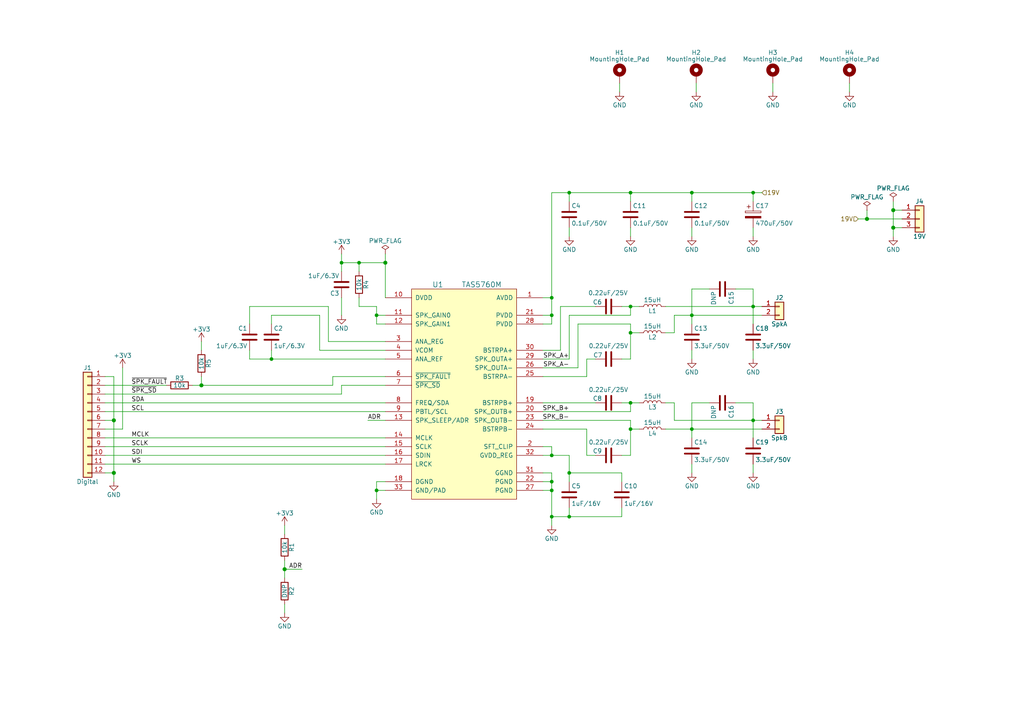
<source format=kicad_sch>
(kicad_sch (version 20210406) (generator eeschema)
  (paper "A4")
  (lib_symbols
    (symbol "Connector_Generic:Conn_01x02" (pin_names (offset 1.016) hide)
      (property "Reference" "J" (at 0 2.54 0))
      (property "Value" "Conn_01x02" (at 0 -5.08 0))
      (symbol "Conn_01x02_1_1"
        (rectangle (start -1.27 -2.413) (end 0 -2.667) (stroke (width 0.1524)))
        (rectangle (start -1.27 0.127) (end 0 -0.127) (stroke (width 0.1524)))
        (rectangle (start -1.27 1.27) (end 1.27 -3.81) (stroke (width 0.254)) (fill (type background)))
        (pin passive line (at -5.08 0 0) (length 3.81) (name "Pin_1") (number "1"))
        (pin passive line (at -5.08 -2.54 0) (length 3.81) (name "Pin_2") (number "2"))
      )
    )
    (symbol "Connector_Generic:Conn_01x03" (pin_names (offset 1.016) hide)
      (property "Reference" "J" (at 0 5.08 0))
      (property "Value" "Conn_01x03" (at 0 -5.08 0))
      (symbol "Conn_01x03_1_1"
        (rectangle (start -1.27 -2.413) (end 0 -2.667) (stroke (width 0.1524)))
        (rectangle (start -1.27 0.127) (end 0 -0.127) (stroke (width 0.1524)))
        (rectangle (start -1.27 2.667) (end 0 2.413) (stroke (width 0.1524)))
        (rectangle (start -1.27 3.81) (end 1.27 -3.81) (stroke (width 0.254)) (fill (type background)))
        (pin passive line (at -5.08 2.54 0) (length 3.81) (name "Pin_1") (number "1"))
        (pin passive line (at -5.08 0 0) (length 3.81) (name "Pin_2") (number "2"))
        (pin passive line (at -5.08 -2.54 0) (length 3.81) (name "Pin_3") (number "3"))
      )
    )
    (symbol "Connector_Generic:Conn_01x12" (pin_names (offset 1.016) hide)
      (property "Reference" "J" (at 0 15.24 0))
      (property "Value" "Conn_01x12" (at 0 -17.78 0))
      (symbol "Conn_01x12_1_1"
        (rectangle (start -1.27 -15.113) (end 0 -15.367) (stroke (width 0.1524)))
        (rectangle (start -1.27 -12.573) (end 0 -12.827) (stroke (width 0.1524)))
        (rectangle (start -1.27 -10.033) (end 0 -10.287) (stroke (width 0.1524)))
        (rectangle (start -1.27 -7.493) (end 0 -7.747) (stroke (width 0.1524)))
        (rectangle (start -1.27 -4.953) (end 0 -5.207) (stroke (width 0.1524)))
        (rectangle (start -1.27 -2.413) (end 0 -2.667) (stroke (width 0.1524)))
        (rectangle (start -1.27 0.127) (end 0 -0.127) (stroke (width 0.1524)))
        (rectangle (start -1.27 2.667) (end 0 2.413) (stroke (width 0.1524)))
        (rectangle (start -1.27 5.207) (end 0 4.953) (stroke (width 0.1524)))
        (rectangle (start -1.27 7.747) (end 0 7.493) (stroke (width 0.1524)))
        (rectangle (start -1.27 10.287) (end 0 10.033) (stroke (width 0.1524)))
        (rectangle (start -1.27 12.827) (end 0 12.573) (stroke (width 0.1524)))
        (rectangle (start -1.27 13.97) (end 1.27 -16.51) (stroke (width 0.254)) (fill (type background)))
        (pin passive line (at -5.08 12.7 0) (length 3.81) (name "Pin_1") (number "1"))
        (pin passive line (at -5.08 -10.16 0) (length 3.81) (name "Pin_10") (number "10"))
        (pin passive line (at -5.08 -12.7 0) (length 3.81) (name "Pin_11") (number "11"))
        (pin passive line (at -5.08 -15.24 0) (length 3.81) (name "Pin_12") (number "12"))
        (pin passive line (at -5.08 10.16 0) (length 3.81) (name "Pin_2") (number "2"))
        (pin passive line (at -5.08 7.62 0) (length 3.81) (name "Pin_3") (number "3"))
        (pin passive line (at -5.08 5.08 0) (length 3.81) (name "Pin_4") (number "4"))
        (pin passive line (at -5.08 2.54 0) (length 3.81) (name "Pin_5") (number "5"))
        (pin passive line (at -5.08 0 0) (length 3.81) (name "Pin_6") (number "6"))
        (pin passive line (at -5.08 -2.54 0) (length 3.81) (name "Pin_7") (number "7"))
        (pin passive line (at -5.08 -5.08 0) (length 3.81) (name "Pin_8") (number "8"))
        (pin passive line (at -5.08 -7.62 0) (length 3.81) (name "Pin_9") (number "9"))
      )
    )
    (symbol "Device:C" (pin_numbers hide) (pin_names (offset 0.254))
      (property "Reference" "C" (at 0.635 2.54 0))
      (property "Value" "C" (at 0.635 -2.54 0))
      (symbol "C_0_1"
        (polyline (pts (xy -2.032 -0.762) (xy 2.032 -0.762)) (stroke (width 0.508)))
        (polyline (pts (xy -2.032 0.762) (xy 2.032 0.762)) (stroke (width 0.508)))
      )
      (symbol "C_1_1"
        (pin passive line (at 0 3.81 270) (length 2.794) (name "~") (number "1"))
        (pin passive line (at 0 -3.81 90) (length 2.794) (name "~") (number "2"))
      )
    )
    (symbol "Device:C_Polarized" (pin_numbers hide) (pin_names (offset 0.254))
      (property "Reference" "C" (at 0.635 2.54 0))
      (property "Value" "C_Polarized" (at 0.635 -2.54 0))
      (symbol "C_Polarized_0_1"
        (rectangle (start -2.286 0.508) (end 2.286 1.016))
        (rectangle (start 2.286 -0.508) (end -2.286 -1.016) (fill (type outline)))
        (polyline (pts (xy -1.778 2.286) (xy -0.762 2.286)))
        (polyline (pts (xy -1.27 2.794) (xy -1.27 1.778)))
      )
      (symbol "C_Polarized_1_1"
        (pin passive line (at 0 3.81 270) (length 2.794) (name "~") (number "1"))
        (pin passive line (at 0 -3.81 90) (length 2.794) (name "~") (number "2"))
      )
    )
    (symbol "Device:L" (pin_numbers hide) (pin_names (offset 1.016) hide)
      (property "Reference" "L" (at -1.27 0 90))
      (property "Value" "L" (at 1.905 0 90))
      (symbol "L_0_1"
        (arc (start 0 -2.54) (end 0 -1.27) (radius (at 0 -1.905) (length 0.635) (angles -89.9 89.9)))
        (arc (start 0 -1.27) (end 0 0) (radius (at 0 -0.635) (length 0.635) (angles -89.9 89.9)))
        (arc (start 0 0) (end 0 1.27) (radius (at 0 0.635) (length 0.635) (angles -89.9 89.9)))
        (arc (start 0 1.27) (end 0 2.54) (radius (at 0 1.905) (length 0.635) (angles -89.9 89.9)))
      )
      (symbol "L_1_1"
        (pin passive line (at 0 3.81 270) (length 1.27) (name "1") (number "1"))
        (pin passive line (at 0 -3.81 90) (length 1.27) (name "2") (number "2"))
      )
    )
    (symbol "Device:R" (pin_numbers hide) (pin_names (offset 0))
      (property "Reference" "R" (at 2.032 0 90))
      (property "Value" "R" (at 0 0 90))
      (symbol "R_0_1"
        (rectangle (start -1.016 -2.54) (end 1.016 2.54) (stroke (width 0.254)))
      )
      (symbol "R_1_1"
        (pin passive line (at 0 3.81 270) (length 1.27) (name "~") (number "1"))
        (pin passive line (at 0 -3.81 90) (length 1.27) (name "~") (number "2"))
      )
    )
    (symbol "HackAmp-Symbols:TAS5760M" (pin_names (offset 1.016))
      (property "Reference" "U" (at -7.62 31.75 0))
      (property "Value" "TAS5760M" (at 5.08 31.75 0))
      (symbol "TAS5760M_1_1"
        (rectangle (start -15.24 -30.48) (end 15.24 30.48) (fill (type background)))
        (pin power_in line (at 22.86 27.94 180) (length 7.62) (name "AVDD") (number "1"))
        (pin power_in line (at -22.86 27.94 0) (length 7.62) (name "DVDD") (number "10"))
        (pin input line (at -22.86 22.86 0) (length 7.62) (name "SPK_GAIN0") (number "11"))
        (pin input line (at -22.86 20.32 0) (length 7.62) (name "SPK_GAIN1") (number "12"))
        (pin input line (at -22.86 -7.62 0) (length 7.62) (name "SPK_SLEEP/ADR") (number "13"))
        (pin input line (at -22.86 -12.7 0) (length 7.62) (name "MCLK") (number "14"))
        (pin input line (at -22.86 -15.24 0) (length 7.62) (name "SCLK") (number "15"))
        (pin input line (at -22.86 -17.78 0) (length 7.62) (name "SDIN") (number "16"))
        (pin input line (at -22.86 -20.32 0) (length 7.62) (name "LRCK") (number "17"))
        (pin power_in line (at -22.86 -25.4 0) (length 7.62) (name "DGND") (number "18"))
        (pin power_out line (at 22.86 -2.54 180) (length 7.62) (name "BSTRPB+") (number "19"))
        (pin input line (at 22.86 -15.24 180) (length 7.62) (name "SFT_CLIP") (number "2"))
        (pin output line (at 22.86 -5.08 180) (length 7.62) (name "SPK_OUTB+") (number "20"))
        (pin power_in line (at 22.86 22.86 180) (length 7.62) (name "PVDD") (number "21"))
        (pin power_in line (at 22.86 -25.4 180) (length 7.62) (name "PGND") (number "22"))
        (pin output line (at 22.86 -7.62 180) (length 7.62) (name "SPK_OUTB-") (number "23"))
        (pin power_out line (at 22.86 -10.16 180) (length 7.62) (name "BSTRPB-") (number "24"))
        (pin power_out line (at 22.86 5.08 180) (length 7.62) (name "BSTRPA-") (number "25"))
        (pin output line (at 22.86 7.62 180) (length 7.62) (name "SPK_OUTA-") (number "26"))
        (pin power_in line (at 22.86 -27.94 180) (length 7.62) (name "PGND") (number "27"))
        (pin power_in line (at 22.86 20.32 180) (length 7.62) (name "PVDD") (number "28"))
        (pin output line (at 22.86 10.16 180) (length 7.62) (name "SPK_OUTA+") (number "29"))
        (pin power_out line (at -22.86 15.24 0) (length 7.62) (name "ANA_REG") (number "3"))
        (pin power_out line (at 22.86 12.7 180) (length 7.62) (name "BSTRPA+") (number "30"))
        (pin power_in line (at 22.86 -22.86 180) (length 7.62) (name "GGND") (number "31"))
        (pin power_out line (at 22.86 -17.78 180) (length 7.62) (name "GVDD_REG") (number "32"))
        (pin power_in line (at -22.86 -27.94 0) (length 7.62) (name "GND/PAD") (number "33"))
        (pin power_out line (at -22.86 12.7 0) (length 7.62) (name "VCOM") (number "4"))
        (pin power_out line (at -22.86 10.16 0) (length 7.62) (name "ANA_REF") (number "5"))
        (pin output line (at -22.86 5.08 0) (length 7.62) (name "~SPK_FAULT") (number "6"))
        (pin output line (at -22.86 2.54 0) (length 7.62) (name "~SPK_SD") (number "7"))
        (pin input line (at -22.86 -2.54 0) (length 7.62) (name "FREQ/SDA") (number "8"))
        (pin input line (at -22.86 -5.08 0) (length 7.62) (name "PBTL/SCL") (number "9"))
      )
    )
    (symbol "Mechanical:MountingHole_Pad" (pin_numbers hide) (pin_names (offset 1.016) hide)
      (property "Reference" "H" (at 0 6.35 0))
      (property "Value" "MountingHole_Pad" (at 0 4.445 0))
      (symbol "MountingHole_Pad_0_1"
        (circle (center 0 1.27) (radius 1.27) (stroke (width 1.27)))
      )
      (symbol "MountingHole_Pad_1_1"
        (pin input line (at 0 -2.54 90) (length 2.54) (name "1") (number "1"))
      )
    )
    (symbol "power:+3V3" (power) (pin_names (offset 0))
      (property "Value" "+3V3" (at 0 3.556 0))
      (symbol "+3V3_0_1"
        (polyline (pts (xy -0.762 1.27) (xy 0 2.54)))
        (polyline (pts (xy 0 0) (xy 0 2.54)))
        (polyline (pts (xy 0 2.54) (xy 0.762 1.27)))
      )
      (symbol "+3V3_1_1"
        (pin power_in line (at 0 0 90) (length 0) hide (name "+3V3") (number "1"))
      )
    )
    (symbol "power:GND" (power) (pin_names (offset 0))
      (property "Value" "GND" (at 0 -3.81 0))
      (symbol "GND_0_1"
        (polyline (pts (xy 0 0) (xy 0 -1.27) (xy 1.27 -1.27) (xy 0 -2.54) (xy -1.27 -1.27) (xy 0 -1.27)))
      )
      (symbol "GND_1_1"
        (pin power_in line (at 0 0 270) (length 0) hide (name "GND") (number "1"))
      )
    )
    (symbol "power:PWR_FLAG" (power) (pin_numbers hide) (pin_names (offset 0) hide)
      (property "Value" "PWR_FLAG" (at 0 3.81 0))
      (symbol "PWR_FLAG_0_0"
        (pin power_out line (at 0 0 90) (length 0) (name "pwr") (number "1"))
      )
      (symbol "PWR_FLAG_0_1"
        (polyline (pts (xy 0 0) (xy 0 1.27) (xy -1.016 1.905) (xy 0 2.54) (xy 1.016 1.905) (xy 0 1.27)))
      )
    )
  )
  (junction (at 33.02 121.92) (diameter 1.016))
  (junction (at 33.02 137.16) (diameter 1.016))
  (junction (at 58.42 111.76) (diameter 1.016))
  (junction (at 78.74 104.14) (diameter 0.9144))
  (junction (at 82.55 165.1) (diameter 1.016))
  (junction (at 99.06 76.2) (diameter 0.9144))
  (junction (at 104.14 76.2) (diameter 0.9144))
  (junction (at 109.22 91.44) (diameter 0.9144))
  (junction (at 109.22 142.24) (diameter 0.9144))
  (junction (at 111.76 76.2) (diameter 1.016))
  (junction (at 160.02 86.36) (diameter 0.9144))
  (junction (at 160.02 91.44) (diameter 0.9144))
  (junction (at 160.02 132.08) (diameter 0.9144))
  (junction (at 160.02 139.7) (diameter 0.9144))
  (junction (at 160.02 142.24) (diameter 0.9144))
  (junction (at 160.02 149.86) (diameter 0.9144))
  (junction (at 165.1 55.88) (diameter 0.9144))
  (junction (at 165.1 137.16) (diameter 0.9144))
  (junction (at 165.1 149.86) (diameter 0.9144))
  (junction (at 182.88 55.88) (diameter 0.9144))
  (junction (at 182.88 88.9) (diameter 0.9144))
  (junction (at 182.88 96.52) (diameter 0.9144))
  (junction (at 182.88 116.84) (diameter 0.9144))
  (junction (at 182.88 124.46) (diameter 0.9144))
  (junction (at 200.66 55.88) (diameter 0.9144))
  (junction (at 200.66 91.44) (diameter 0.9144))
  (junction (at 200.66 124.46) (diameter 0.9144))
  (junction (at 218.44 55.88) (diameter 0.9144))
  (junction (at 218.44 88.9) (diameter 0.9144))
  (junction (at 218.44 121.92) (diameter 0.9144))
  (junction (at 251.46 63.5) (diameter 1.016))
  (junction (at 259.08 60.96) (diameter 1.016))
  (junction (at 259.08 66.04) (diameter 1.016))
  (wire (pts (xy 30.48 111.76) (xy 48.26 111.76)))
  (wire (pts (xy 30.48 114.3) (xy 99.06 114.3)))
  (wire (pts (xy 30.48 116.84) (xy 111.76 116.84)))
  (wire (pts (xy 30.48 119.38) (xy 111.76 119.38)))
  (wire (pts (xy 30.48 124.46) (xy 35.56 124.46)))
  (wire (pts (xy 30.48 127) (xy 111.76 127)))
  (wire (pts (xy 30.48 129.54) (xy 111.76 129.54)))
  (wire (pts (xy 30.48 132.08) (xy 111.76 132.08)))
  (wire (pts (xy 30.48 134.62) (xy 111.76 134.62)))
  (wire (pts (xy 33.02 109.22) (xy 30.48 109.22)))
  (wire (pts (xy 33.02 121.92) (xy 30.48 121.92)))
  (wire (pts (xy 33.02 121.92) (xy 33.02 109.22)))
  (wire (pts (xy 33.02 137.16) (xy 30.48 137.16)))
  (wire (pts (xy 33.02 137.16) (xy 33.02 121.92)))
  (wire (pts (xy 33.02 139.7) (xy 33.02 137.16)))
  (wire (pts (xy 35.56 124.46) (xy 35.56 106.68)))
  (wire (pts (xy 58.42 99.06) (xy 58.42 101.6)))
  (wire (pts (xy 58.42 109.22) (xy 58.42 111.76)))
  (wire (pts (xy 58.42 111.76) (xy 55.88 111.76)))
  (wire (pts (xy 72.39 88.9) (xy 72.39 93.98)))
  (wire (pts (xy 72.39 101.6) (xy 72.39 104.14)))
  (wire (pts (xy 72.39 104.14) (xy 78.74 104.14)))
  (wire (pts (xy 78.74 91.44) (xy 78.74 93.98)))
  (wire (pts (xy 78.74 91.44) (xy 92.71 91.44)))
  (wire (pts (xy 78.74 101.6) (xy 78.74 104.14)))
  (wire (pts (xy 78.74 104.14) (xy 111.76 104.14)))
  (wire (pts (xy 82.55 152.4) (xy 82.55 154.94)))
  (wire (pts (xy 82.55 162.56) (xy 82.55 165.1)))
  (wire (pts (xy 82.55 165.1) (xy 82.55 167.64)))
  (wire (pts (xy 82.55 175.26) (xy 82.55 177.8)))
  (wire (pts (xy 87.63 165.1) (xy 82.55 165.1)))
  (wire (pts (xy 92.71 91.44) (xy 92.71 101.6)))
  (wire (pts (xy 92.71 101.6) (xy 111.76 101.6)))
  (wire (pts (xy 95.25 88.9) (xy 72.39 88.9)))
  (wire (pts (xy 95.25 99.06) (xy 95.25 88.9)))
  (wire (pts (xy 96.52 109.22) (xy 96.52 111.76)))
  (wire (pts (xy 96.52 111.76) (xy 58.42 111.76)))
  (wire (pts (xy 99.06 73.66) (xy 99.06 76.2)))
  (wire (pts (xy 99.06 76.2) (xy 99.06 78.74)))
  (wire (pts (xy 99.06 76.2) (xy 104.14 76.2)))
  (wire (pts (xy 99.06 86.36) (xy 99.06 91.44)))
  (wire (pts (xy 99.06 111.76) (xy 99.06 114.3)))
  (wire (pts (xy 99.06 111.76) (xy 111.76 111.76)))
  (wire (pts (xy 104.14 76.2) (xy 104.14 78.74)))
  (wire (pts (xy 104.14 88.9) (xy 104.14 86.36)))
  (wire (pts (xy 106.68 121.92) (xy 111.76 121.92)))
  (wire (pts (xy 109.22 88.9) (xy 104.14 88.9)))
  (wire (pts (xy 109.22 88.9) (xy 109.22 91.44)))
  (wire (pts (xy 109.22 91.44) (xy 109.22 93.98)))
  (wire (pts (xy 109.22 93.98) (xy 111.76 93.98)))
  (wire (pts (xy 109.22 139.7) (xy 109.22 142.24)))
  (wire (pts (xy 109.22 142.24) (xy 109.22 144.78)))
  (wire (pts (xy 109.22 142.24) (xy 111.76 142.24)))
  (wire (pts (xy 111.76 73.66) (xy 111.76 76.2)))
  (wire (pts (xy 111.76 76.2) (xy 104.14 76.2)))
  (wire (pts (xy 111.76 86.36) (xy 111.76 76.2)))
  (wire (pts (xy 111.76 91.44) (xy 109.22 91.44)))
  (wire (pts (xy 111.76 99.06) (xy 95.25 99.06)))
  (wire (pts (xy 111.76 109.22) (xy 96.52 109.22)))
  (wire (pts (xy 111.76 139.7) (xy 109.22 139.7)))
  (wire (pts (xy 157.48 86.36) (xy 160.02 86.36)))
  (wire (pts (xy 157.48 91.44) (xy 160.02 91.44)))
  (wire (pts (xy 157.48 93.98) (xy 160.02 93.98)))
  (wire (pts (xy 157.48 106.68) (xy 167.64 106.68)))
  (wire (pts (xy 157.48 116.84) (xy 172.72 116.84)))
  (wire (pts (xy 157.48 121.92) (xy 182.88 121.92)))
  (wire (pts (xy 157.48 129.54) (xy 160.02 129.54)))
  (wire (pts (xy 157.48 132.08) (xy 160.02 132.08)))
  (wire (pts (xy 157.48 137.16) (xy 160.02 137.16)))
  (wire (pts (xy 157.48 139.7) (xy 160.02 139.7)))
  (wire (pts (xy 160.02 55.88) (xy 160.02 86.36)))
  (wire (pts (xy 160.02 55.88) (xy 165.1 55.88)))
  (wire (pts (xy 160.02 91.44) (xy 160.02 86.36)))
  (wire (pts (xy 160.02 93.98) (xy 160.02 91.44)))
  (wire (pts (xy 160.02 129.54) (xy 160.02 132.08)))
  (wire (pts (xy 160.02 137.16) (xy 160.02 139.7)))
  (wire (pts (xy 160.02 139.7) (xy 160.02 142.24)))
  (wire (pts (xy 160.02 142.24) (xy 157.48 142.24)))
  (wire (pts (xy 160.02 149.86) (xy 160.02 142.24)))
  (wire (pts (xy 160.02 149.86) (xy 160.02 152.4)))
  (wire (pts (xy 162.56 88.9) (xy 162.56 101.6)))
  (wire (pts (xy 162.56 101.6) (xy 157.48 101.6)))
  (wire (pts (xy 165.1 55.88) (xy 165.1 58.42)))
  (wire (pts (xy 165.1 66.04) (xy 165.1 68.58)))
  (wire (pts (xy 165.1 91.44) (xy 165.1 104.14)))
  (wire (pts (xy 165.1 104.14) (xy 157.48 104.14)))
  (wire (pts (xy 165.1 132.08) (xy 160.02 132.08)))
  (wire (pts (xy 165.1 137.16) (xy 165.1 132.08)))
  (wire (pts (xy 165.1 137.16) (xy 165.1 139.7)))
  (wire (pts (xy 165.1 137.16) (xy 180.34 137.16)))
  (wire (pts (xy 165.1 147.32) (xy 165.1 149.86)))
  (wire (pts (xy 165.1 149.86) (xy 160.02 149.86)))
  (wire (pts (xy 165.1 149.86) (xy 180.34 149.86)))
  (wire (pts (xy 167.64 93.98) (xy 182.88 93.98)))
  (wire (pts (xy 167.64 106.68) (xy 167.64 93.98)))
  (wire (pts (xy 170.18 104.14) (xy 170.18 109.22)))
  (wire (pts (xy 170.18 109.22) (xy 157.48 109.22)))
  (wire (pts (xy 170.18 124.46) (xy 157.48 124.46)))
  (wire (pts (xy 170.18 132.08) (xy 170.18 124.46)))
  (wire (pts (xy 172.72 88.9) (xy 162.56 88.9)))
  (wire (pts (xy 172.72 104.14) (xy 170.18 104.14)))
  (wire (pts (xy 172.72 132.08) (xy 170.18 132.08)))
  (wire (pts (xy 179.705 24.13) (xy 179.705 26.67)))
  (wire (pts (xy 180.34 88.9) (xy 182.88 88.9)))
  (wire (pts (xy 180.34 116.84) (xy 182.88 116.84)))
  (wire (pts (xy 180.34 137.16) (xy 180.34 139.7)))
  (wire (pts (xy 180.34 149.86) (xy 180.34 147.32)))
  (wire (pts (xy 182.88 55.88) (xy 165.1 55.88)))
  (wire (pts (xy 182.88 55.88) (xy 200.66 55.88)))
  (wire (pts (xy 182.88 58.42) (xy 182.88 55.88)))
  (wire (pts (xy 182.88 66.04) (xy 182.88 68.58)))
  (wire (pts (xy 182.88 88.9) (xy 182.88 91.44)))
  (wire (pts (xy 182.88 88.9) (xy 185.42 88.9)))
  (wire (pts (xy 182.88 91.44) (xy 165.1 91.44)))
  (wire (pts (xy 182.88 93.98) (xy 182.88 96.52)))
  (wire (pts (xy 182.88 96.52) (xy 182.88 104.14)))
  (wire (pts (xy 182.88 96.52) (xy 185.42 96.52)))
  (wire (pts (xy 182.88 104.14) (xy 180.34 104.14)))
  (wire (pts (xy 182.88 116.84) (xy 182.88 119.38)))
  (wire (pts (xy 182.88 116.84) (xy 185.42 116.84)))
  (wire (pts (xy 182.88 119.38) (xy 157.48 119.38)))
  (wire (pts (xy 182.88 121.92) (xy 182.88 124.46)))
  (wire (pts (xy 182.88 124.46) (xy 182.88 132.08)))
  (wire (pts (xy 182.88 124.46) (xy 185.42 124.46)))
  (wire (pts (xy 182.88 132.08) (xy 180.34 132.08)))
  (wire (pts (xy 193.04 88.9) (xy 218.44 88.9)))
  (wire (pts (xy 193.04 96.52) (xy 195.58 96.52)))
  (wire (pts (xy 193.04 124.46) (xy 200.66 124.46)))
  (wire (pts (xy 195.58 91.44) (xy 200.66 91.44)))
  (wire (pts (xy 195.58 96.52) (xy 195.58 91.44)))
  (wire (pts (xy 195.58 116.84) (xy 193.04 116.84)))
  (wire (pts (xy 195.58 121.92) (xy 195.58 116.84)))
  (wire (pts (xy 200.66 55.88) (xy 200.66 58.42)))
  (wire (pts (xy 200.66 55.88) (xy 218.44 55.88)))
  (wire (pts (xy 200.66 66.04) (xy 200.66 68.58)))
  (wire (pts (xy 200.66 83.82) (xy 205.74 83.82)))
  (wire (pts (xy 200.66 91.44) (xy 200.66 83.82)))
  (wire (pts (xy 200.66 91.44) (xy 200.66 93.98)))
  (wire (pts (xy 200.66 91.44) (xy 220.98 91.44)))
  (wire (pts (xy 200.66 101.6) (xy 200.66 104.14)))
  (wire (pts (xy 200.66 116.84) (xy 200.66 124.46)))
  (wire (pts (xy 200.66 124.46) (xy 200.66 127)))
  (wire (pts (xy 200.66 124.46) (xy 220.98 124.46)))
  (wire (pts (xy 200.66 134.62) (xy 200.66 137.16)))
  (wire (pts (xy 201.93 24.13) (xy 201.93 26.67)))
  (wire (pts (xy 205.74 116.84) (xy 200.66 116.84)))
  (wire (pts (xy 213.36 83.82) (xy 218.44 83.82)))
  (wire (pts (xy 213.36 116.84) (xy 218.44 116.84)))
  (wire (pts (xy 218.44 55.88) (xy 218.44 58.42)))
  (wire (pts (xy 218.44 55.88) (xy 220.98 55.88)))
  (wire (pts (xy 218.44 66.04) (xy 218.44 68.58)))
  (wire (pts (xy 218.44 83.82) (xy 218.44 88.9)))
  (wire (pts (xy 218.44 88.9) (xy 218.44 93.98)))
  (wire (pts (xy 218.44 88.9) (xy 220.98 88.9)))
  (wire (pts (xy 218.44 101.6) (xy 218.44 104.14)))
  (wire (pts (xy 218.44 116.84) (xy 218.44 121.92)))
  (wire (pts (xy 218.44 121.92) (xy 195.58 121.92)))
  (wire (pts (xy 218.44 121.92) (xy 218.44 127)))
  (wire (pts (xy 218.44 134.62) (xy 218.44 137.16)))
  (wire (pts (xy 220.98 121.92) (xy 218.44 121.92)))
  (wire (pts (xy 224.155 24.13) (xy 224.155 26.67)))
  (wire (pts (xy 246.38 24.13) (xy 246.38 26.67)))
  (wire (pts (xy 248.92 63.5) (xy 251.46 63.5)))
  (wire (pts (xy 251.46 60.96) (xy 251.46 63.5)))
  (wire (pts (xy 251.46 63.5) (xy 261.62 63.5)))
  (wire (pts (xy 259.08 58.42) (xy 259.08 60.96)))
  (wire (pts (xy 259.08 60.96) (xy 261.62 60.96)))
  (wire (pts (xy 259.08 66.04) (xy 259.08 60.96)))
  (wire (pts (xy 259.08 66.04) (xy 261.62 66.04)))
  (wire (pts (xy 259.08 68.58) (xy 259.08 66.04)))
  (label "~SPK_FAULT" (at 38.1 111.76 0))
  (label "~SPK_SD" (at 38.1 114.3 0))
  (label "SDA" (at 38.1 116.84 0))
  (label "SCL" (at 38.1 119.38 0))
  (label "MCLK" (at 38.1 127 0))
  (label "SCLK" (at 38.1 129.54 0))
  (label "SDI" (at 38.1 132.08 0))
  (label "WS" (at 38.1 134.62 0))
  (label "ADR" (at 87.63 165.1 180))
  (label "ADR" (at 106.68 121.92 0))
  (label "SPK_A+" (at 165.1 104.14 180))
  (label "SPK_A-" (at 165.1 106.68 180))
  (label "SPK_B+" (at 165.1 119.38 180))
  (label "SPK_B-" (at 165.1 121.92 180))
  (hierarchical_label "19V" (shape input) (at 220.98 55.88 0))
  (hierarchical_label "19V" (shape input) (at 248.92 63.5 180))
  (symbol (lib_id "power:+3V3") (at 35.56 106.68 0) (unit 1)
    (property "Reference" "#PWR0115" (effects hide))
    (property "Value" "+3V3" (at 35.56 103.124 0))
  )
  (symbol (lib_id "power:+3V3") (at 58.42 99.06 0) (unit 1)
    (property "Reference" "#PWR0122" (effects hide))
    (property "Value" "+3V3" (at 58.42 95.504 0))
  )
  (symbol (lib_id "power:+3V3") (at 82.55 152.4 0) (unit 1)
    (property "Reference" "#PWR0120" (effects hide))
    (property "Value" "+3V3" (at 82.55 148.844 0))
  )
  (symbol (lib_id "power:+3V3") (at 99.06 73.66 0) (unit 1)
    (property "Reference" "#PWR0117" (effects hide))
    (property "Value" "+3V3" (at 99.06 70.104 0))
  )
  (symbol (lib_id "power:PWR_FLAG") (at 111.76 73.66 0) (unit 1)
    (property "Reference" "#FLG0103" (effects hide))
    (property "Value" "PWR_FLAG" (at 111.76 69.85 0))
  )
  (symbol (lib_id "power:PWR_FLAG") (at 251.46 60.96 0) (unit 1)
    (property "Reference" "#FLG0102" (effects hide))
    (property "Value" "PWR_FLAG" (at 251.46 57.15 0))
  )
  (symbol (lib_id "power:PWR_FLAG") (at 259.08 58.42 0) (unit 1)
    (property "Reference" "#FLG0101" (effects hide))
    (property "Value" "PWR_FLAG" (at 259.08 54.61 0))
  )
  (symbol (lib_id "power:GND") (at 33.02 139.7 0) (unit 1)
    (property "Reference" "#PWR0119" (effects hide))
    (property "Value" "GND" (at 33.02 143.51 0))
  )
  (symbol (lib_id "power:GND") (at 82.55 177.8 0) (unit 1)
    (property "Reference" "#PWR0121" (effects hide))
    (property "Value" "GND" (at 82.55 181.61 0))
  )
  (symbol (lib_id "power:GND") (at 99.06 91.44 0) (unit 1)
    (property "Reference" "#PWR0116" (effects hide))
    (property "Value" "GND" (at 99.06 95.25 0))
  )
  (symbol (lib_id "power:GND") (at 109.22 144.78 0) (unit 1)
    (property "Reference" "#PWR0118" (effects hide))
    (property "Value" "GND" (at 109.22 148.59 0))
  )
  (symbol (lib_id "power:GND") (at 160.02 152.4 0) (unit 1)
    (property "Reference" "#PWR0101" (effects hide))
    (property "Value" "GND" (at 160.02 156.21 0))
  )
  (symbol (lib_id "power:GND") (at 165.1 68.58 0) (unit 1)
    (property "Reference" "#PWR0103" (effects hide))
    (property "Value" "GND" (at 165.1 72.39 0))
  )
  (symbol (lib_id "power:GND") (at 179.705 26.67 0) (unit 1)
    (property "Reference" "#PWR0104" (effects hide))
    (property "Value" "GND" (at 179.705 30.48 0))
  )
  (symbol (lib_id "power:GND") (at 182.88 68.58 0) (unit 1)
    (property "Reference" "#PWR0102" (effects hide))
    (property "Value" "GND" (at 182.88 72.39 0))
  )
  (symbol (lib_id "power:GND") (at 200.66 68.58 0) (unit 1)
    (property "Reference" "#PWR0111" (effects hide))
    (property "Value" "GND" (at 200.66 72.39 0))
  )
  (symbol (lib_id "power:GND") (at 200.66 104.14 0) (unit 1)
    (property "Reference" "#PWR0110" (effects hide))
    (property "Value" "GND" (at 200.66 107.95 0))
  )
  (symbol (lib_id "power:GND") (at 200.66 137.16 0) (unit 1)
    (property "Reference" "#PWR0113" (effects hide))
    (property "Value" "GND" (at 200.66 140.97 0))
  )
  (symbol (lib_id "power:GND") (at 201.93 26.67 0) (unit 1)
    (property "Reference" "#PWR0105" (effects hide))
    (property "Value" "GND" (at 201.93 30.48 0))
  )
  (symbol (lib_id "power:GND") (at 218.44 68.58 0) (unit 1)
    (property "Reference" "#PWR0114" (effects hide))
    (property "Value" "GND" (at 218.44 72.39 0))
  )
  (symbol (lib_id "power:GND") (at 218.44 104.14 0) (unit 1)
    (property "Reference" "#PWR0109" (effects hide))
    (property "Value" "GND" (at 218.44 107.95 0))
  )
  (symbol (lib_id "power:GND") (at 218.44 137.16 0) (unit 1)
    (property "Reference" "#PWR0112" (effects hide))
    (property "Value" "GND" (at 218.44 140.97 0))
  )
  (symbol (lib_id "power:GND") (at 224.155 26.67 0) (unit 1)
    (property "Reference" "#PWR0106" (effects hide))
    (property "Value" "GND" (at 224.155 30.48 0))
  )
  (symbol (lib_id "power:GND") (at 246.38 26.67 0) (unit 1)
    (property "Reference" "#PWR0107" (effects hide))
    (property "Value" "GND" (at 246.38 30.48 0))
  )
  (symbol (lib_id "power:GND") (at 259.08 68.58 0) (unit 1)
    (property "Reference" "#PWR0108" (effects hide))
    (property "Value" "GND" (at 259.08 72.39 0))
  )
  (symbol (lib_id "Device:L") (at 189.23 88.9 90) (unit 1)
    (property "Reference" "L1" (at 189.23 90.17 90))
    (property "Value" "15uH" (at 189.23 86.995 90))
    (property "Footprint" "HackAmp-Footprints:L_Bourns_SRR1208" (effects hide))
    (property "Part Name" "Bourns SRR1208-150ML" (effects hide))
    (property "Mouser" "652-SRR1208-150ML" (effects hide))
  )
  (symbol (lib_id "Device:L") (at 189.23 96.52 90) (unit 1)
    (property "Reference" "L2" (at 189.23 97.79 90))
    (property "Value" "15uH" (at 189.23 94.615 90))
    (property "Footprint" "HackAmp-Footprints:L_Bourns_SRR1208" (effects hide))
    (property "Part Name" "Bourns SRR1208-150ML" (effects hide))
    (property "Mouser" "652-SRR1208-150ML" (effects hide))
  )
  (symbol (lib_id "Device:L") (at 189.23 116.84 90) (unit 1)
    (property "Reference" "L3" (at 189.23 118.11 90))
    (property "Value" "15uH" (at 189.23 114.935 90))
    (property "Footprint" "HackAmp-Footprints:L_Bourns_SRR1208" (effects hide))
    (property "Part Name" "Bourns SRR1208-150ML" (effects hide))
    (property "Mouser" "652-SRR1208-150ML" (effects hide))
  )
  (symbol (lib_id "Device:L") (at 189.23 124.46 90) (unit 1)
    (property "Reference" "L4" (at 189.23 125.73 90))
    (property "Value" "15uH" (at 189.23 122.555 90))
    (property "Footprint" "HackAmp-Footprints:L_Bourns_SRR1208" (effects hide))
    (property "Part Name" "Bourns SRR1208-150ML" (effects hide))
    (property "Mouser" "652-SRR1208-150ML" (effects hide))
  )
  (symbol (lib_id "Device:R") (at 52.07 111.76 270) (mirror x) (unit 1)
    (property "Reference" "R3" (at 52.07 109.728 90))
    (property "Value" "10k" (at 52.07 111.76 90))
    (property "Footprint" "Resistor_SMD:R_0603_1608Metric" (effects hide))
    (property "Mouser" "652-CR0603FX-1002ELF" (effects hide))
    (property "Part Name" "Bourns CR0603-FX-1002ELF" (effects hide))
  )
  (symbol (lib_id "Device:R") (at 58.42 105.41 0) (unit 1)
    (property "Reference" "R5" (at 60.452 105.41 90))
    (property "Value" "10k" (at 58.42 105.41 90))
    (property "Footprint" "Resistor_SMD:R_0603_1608Metric" (effects hide))
  )
  (symbol (lib_id "Device:R") (at 82.55 158.75 0) (unit 1)
    (property "Reference" "R1" (at 84.582 158.75 90))
    (property "Value" "10k" (at 82.55 158.75 90))
    (property "Footprint" "Resistor_SMD:R_0603_1608Metric" (effects hide))
  )
  (symbol (lib_id "Device:R") (at 82.55 171.45 0) (unit 1)
    (property "Reference" "R2" (at 84.582 171.45 90))
    (property "Value" "DNP" (at 82.55 171.45 90))
    (property "Footprint" "Resistor_SMD:R_0603_1608Metric" (effects hide))
  )
  (symbol (lib_id "Device:R") (at 104.14 82.55 0) (unit 1)
    (property "Reference" "R4" (at 106.172 82.55 90))
    (property "Value" "10k" (at 104.14 82.55 90))
    (property "Footprint" "Resistor_SMD:R_0603_1608Metric" (effects hide))
    (property "Mouser" "652-CR0603FX-1002ELF" (effects hide))
    (property "Part Name" "Bourns CR0603-FX-1002ELF" (effects hide))
  )
  (symbol (lib_id "Mechanical:MountingHole_Pad") (at 179.705 21.59 0) (unit 1) (in_bom no)
    (property "Reference" "H1" (at 179.705 15.24 0))
    (property "Value" "MountingHole_Pad" (at 179.705 17.145 0))
    (property "Footprint" "MountingHole:MountingHole_3.2mm_M3_ISO7380_Pad" (effects hide))
  )
  (symbol (lib_id "Mechanical:MountingHole_Pad") (at 201.93 21.59 0) (unit 1) (in_bom no)
    (property "Reference" "H2" (at 201.93 15.24 0))
    (property "Value" "MountingHole_Pad" (at 201.93 17.145 0))
    (property "Footprint" "MountingHole:MountingHole_3.2mm_M3_ISO7380_Pad" (effects hide))
  )
  (symbol (lib_id "Mechanical:MountingHole_Pad") (at 224.155 21.59 0) (unit 1) (in_bom no)
    (property "Reference" "H3" (at 224.155 15.24 0))
    (property "Value" "MountingHole_Pad" (at 224.155 17.145 0))
    (property "Footprint" "MountingHole:MountingHole_3.2mm_M3_ISO7380_Pad" (effects hide))
  )
  (symbol (lib_id "Mechanical:MountingHole_Pad") (at 246.38 21.59 0) (unit 1) (in_bom no)
    (property "Reference" "H4" (at 246.38 15.24 0))
    (property "Value" "MountingHole_Pad" (at 246.38 17.145 0))
    (property "Footprint" "MountingHole:MountingHole_3.2mm_M3_ISO7380_Pad" (effects hide))
  )
  (symbol (lib_id "Connector_Generic:Conn_01x02") (at 226.06 88.9 0) (unit 1)
    (property "Reference" "J2" (at 226.06 86.36 0))
    (property "Value" "SpkA" (at 226.06 93.98 0))
    (property "Footprint" "Connector_PinHeader_2.54mm:PinHeader_1x02_P2.54mm_Vertical" (effects hide))
  )
  (symbol (lib_id "Connector_Generic:Conn_01x02") (at 226.06 121.92 0) (unit 1)
    (property "Reference" "J3" (at 226.06 119.38 0))
    (property "Value" "SpkB" (at 226.06 127 0))
    (property "Footprint" "Connector_PinHeader_2.54mm:PinHeader_1x02_P2.54mm_Vertical" (effects hide))
  )
  (symbol (lib_id "Device:C") (at 72.39 97.79 0) (mirror y) (unit 1)
    (property "Reference" "C1" (at 71.755 95.25 0) (effects (justify left)))
    (property "Value" "1uF/6.3V" (at 71.755 100.33 0) (effects (justify left)))
    (property "Footprint" "Capacitor_SMD:C_0603_1608Metric" (effects hide))
    (property "Mouser" "963-EMK107BJ105KA-T" (effects hide))
    (property "Part Name" "Yaiyo Yuden EMK107BJ105KA-T" (effects hide))
  )
  (symbol (lib_id "Device:C") (at 78.74 97.79 0) (unit 1)
    (property "Reference" "C2" (at 79.375 95.25 0) (effects (justify left)))
    (property "Value" "1uF/6.3V" (at 79.375 100.33 0) (effects (justify left)))
    (property "Footprint" "Capacitor_SMD:C_0603_1608Metric" (effects hide))
    (property "Mouser" "963-EMK107BJ105KA-T" (effects hide))
    (property "Part Name" "Yaiyo Yuden EMK107BJ105KA-T" (effects hide))
  )
  (symbol (lib_id "Device:C") (at 99.06 82.55 180) (unit 1)
    (property "Reference" "C3" (at 98.425 85.09 0) (effects (justify left)))
    (property "Value" "1uF/6.3V" (at 98.425 80.01 0) (effects (justify left)))
    (property "Footprint" "Capacitor_SMD:C_0603_1608Metric" (effects hide))
    (property "Mouser" "963-EMK107BJ105KA-T" (effects hide))
    (property "Part Name" "Yaiyo Yuden EMK107BJ105KA-T" (effects hide))
  )
  (symbol (lib_id "Device:C") (at 165.1 62.23 0) (unit 1)
    (property "Reference" "C4" (at 165.735 59.69 0) (effects (justify left)))
    (property "Value" "0.1uF/50V" (at 165.735 64.77 0) (effects (justify left)))
    (property "Footprint" "Capacitor_SMD:C_0603_1608Metric" (effects hide))
    (property "Mouser" "581-06035G104Z" (effects hide))
    (property "Part Name" "AVX 06035G104ZAT2A" (effects hide))
  )
  (symbol (lib_id "Device:C") (at 165.1 143.51 0) (unit 1)
    (property "Reference" "C5" (at 165.735 140.97 0) (effects (justify left)))
    (property "Value" "1uF/16V" (at 165.735 146.05 0) (effects (justify left)))
    (property "Footprint" "Capacitor_SMD:C_0603_1608Metric" (effects hide))
    (property "Mouser" "963-EMK107BJ105KA-T" (effects hide))
    (property "Part Name" "Yaiyo Yuden EMK107BJ105KA-T" (effects hide))
  )
  (symbol (lib_id "Device:C") (at 176.53 88.9 90) (unit 1)
    (property "Reference" "C6" (at 174.625 87.63 90) (effects (justify left)))
    (property "Value" "0.22uF/25V" (at 182.118 84.963 90) (effects (justify left)))
    (property "Footprint" "Capacitor_SMD:C_0805_2012Metric" (effects hide))
    (property "Mouser" "187-CL21B224KBFNNNG" (effects hide))
    (property "Part Name" "Samsung CL21B224KBFNNNG" (effects hide))
  )
  (symbol (lib_id "Device:C") (at 176.53 104.14 90) (unit 1)
    (property "Reference" "C7" (at 174.752 102.997 90) (effects (justify left)))
    (property "Value" "0.22uF/25V" (at 182.245 100.33 90) (effects (justify left)))
    (property "Footprint" "Capacitor_SMD:C_0805_2012Metric" (effects hide))
    (property "Mouser" "187-CL21B224KBFNNNG" (effects hide))
    (property "Part Name" "Samsung CL21B224KBFNNNG" (effects hide))
  )
  (symbol (lib_id "Device:C") (at 176.53 116.84 90) (unit 1)
    (property "Reference" "C8" (at 174.625 115.57 90) (effects (justify left)))
    (property "Value" "0.22uF/25V" (at 182.245 113.03 90) (effects (justify left)))
    (property "Footprint" "Capacitor_SMD:C_0805_2012Metric" (effects hide))
    (property "Mouser" "187-CL21B224KBFNNNG" (effects hide))
    (property "Part Name" "Samsung CL21B224KBFNNNG" (effects hide))
  )
  (symbol (lib_id "Device:C") (at 176.53 132.08 90) (unit 1)
    (property "Reference" "C9" (at 174.625 130.81 90) (effects (justify left)))
    (property "Value" "0.22uF/25V" (at 182.245 128.27 90) (effects (justify left)))
    (property "Footprint" "Capacitor_SMD:C_0805_2012Metric" (effects hide))
    (property "Mouser" "187-CL21B224KBFNNNG" (effects hide))
    (property "Part Name" "Samsung CL21B224KBFNNNG" (effects hide))
  )
  (symbol (lib_id "Device:C") (at 180.34 143.51 0) (unit 1)
    (property "Reference" "C10" (at 180.975 140.97 0) (effects (justify left)))
    (property "Value" "1uF/16V" (at 180.975 146.05 0) (effects (justify left)))
    (property "Footprint" "Capacitor_SMD:C_0603_1608Metric" (effects hide))
    (property "Mouser" "963-EMK107BJ105KA-T" (effects hide))
    (property "Part Name" "Yaiyo Yuden EMK107BJ105KA-T" (effects hide))
  )
  (symbol (lib_id "Device:C") (at 182.88 62.23 0) (unit 1)
    (property "Reference" "C11" (at 183.515 59.69 0) (effects (justify left)))
    (property "Value" "0.1uF/50V" (at 183.515 64.77 0) (effects (justify left)))
    (property "Footprint" "Capacitor_SMD:C_0603_1608Metric" (effects hide))
    (property "Mouser" "581-06035G104Z" (effects hide))
    (property "Part Name" "AVX 06035G104ZAT2A" (effects hide))
  )
  (symbol (lib_id "Device:C") (at 200.66 62.23 0) (unit 1)
    (property "Reference" "C12" (at 201.295 59.69 0) (effects (justify left)))
    (property "Value" "0.1uF/50V" (at 201.295 64.77 0) (effects (justify left)))
    (property "Footprint" "Capacitor_SMD:C_0603_1608Metric" (effects hide))
    (property "Mouser" "581-06035G104Z" (effects hide))
    (property "Part Name" "AVX 06035G104ZAT2A" (effects hide))
  )
  (symbol (lib_id "Device:C") (at 200.66 97.79 0) (unit 1)
    (property "Reference" "C13" (at 201.295 95.25 0) (effects (justify left)))
    (property "Value" "3.3uF/50V" (at 201.295 100.33 0) (effects (justify left)))
    (property "Footprint" "Capacitor_SMD:C_0805_2012Metric" (effects hide))
    (property "Part Name" "TDK C2012X5R1H335K125AB" (effects hide))
    (property "Mouser" "810-C2012X5R1H335K" (effects hide))
  )
  (symbol (lib_id "Device:C") (at 200.66 130.81 0) (unit 1)
    (property "Reference" "C14" (at 201.295 128.27 0) (effects (justify left)))
    (property "Value" "3.3uF/50V" (at 201.295 133.35 0) (effects (justify left)))
    (property "Footprint" "Capacitor_SMD:C_0805_2012Metric" (effects hide))
    (property "Part Name" "TDK C2012X5R1H335K125AB" (effects hide))
    (property "Mouser" "810-C2012X5R1H335K" (effects hide))
  )
  (symbol (lib_id "Device:C") (at 209.55 83.82 270) (unit 1)
    (property "Reference" "C15" (at 212.09 84.455 0) (effects (justify left)))
    (property "Value" "DNP" (at 207.01 84.455 0) (effects (justify left)))
    (property "Footprint" "Capacitor_THT:C_Rect_L10.3mm_W4.5mm_P7.50mm_MKS4" (effects hide))
  )
  (symbol (lib_id "Device:C") (at 209.55 116.84 270) (unit 1)
    (property "Reference" "C16" (at 212.09 117.475 0) (effects (justify left)))
    (property "Value" "DNP" (at 207.01 117.475 0) (effects (justify left)))
    (property "Footprint" "Capacitor_THT:C_Rect_L10.3mm_W4.5mm_P7.50mm_MKS4" (effects hide))
  )
  (symbol (lib_id "Device:C_Polarized") (at 218.44 62.23 0) (unit 1)
    (property "Reference" "C17" (at 219.075 59.69 0) (effects (justify left)))
    (property "Value" "470uF/50V" (at 219.075 64.77 0) (effects (justify left)))
    (property "Footprint" "Capacitor_SMD:CP_Elec_16x17.5" (effects hide))
    (property "Part Name" "Nichicon UCD1J471MNQ1MS" (effects hide))
    (property "Mouser" "647-UCD1J471MNQ1MS" (effects hide))
  )
  (symbol (lib_id "Device:C") (at 218.44 97.79 0) (unit 1)
    (property "Reference" "C18" (at 219.075 95.25 0) (effects (justify left)))
    (property "Value" "3.3uF/50V" (at 219.075 100.33 0) (effects (justify left)))
    (property "Footprint" "Capacitor_SMD:C_0805_2012Metric" (effects hide))
    (property "Part Name" "TDK C2012X5R1H335K125AB" (effects hide))
    (property "Mouser" "810-C2012X5R1H335K" (effects hide))
  )
  (symbol (lib_id "Device:C") (at 218.44 130.81 0) (unit 1)
    (property "Reference" "C19" (at 219.075 128.27 0) (effects (justify left)))
    (property "Value" "3.3uF/50V" (at 219.075 133.35 0) (effects (justify left)))
    (property "Footprint" "Capacitor_SMD:C_0805_2012Metric" (effects hide))
    (property "Part Name" "TDK C2012X5R1H335K125AB" (effects hide))
    (property "Mouser" "810-C2012X5R1H335K" (effects hide))
  )
  (symbol (lib_id "Connector_Generic:Conn_01x03") (at 266.7 63.5 0) (unit 1)
    (property "Reference" "J4" (at 266.7 58.42 0))
    (property "Value" "19V" (at 266.7 68.58 0))
    (property "Footprint" "Connector_PinHeader_2.54mm:PinHeader_1x03_P2.54mm_Vertical" (effects hide))
  )
  (symbol (lib_id "Connector_Generic:Conn_01x12") (at 25.4 121.92 0) (mirror y) (unit 1)
    (property "Reference" "J1" (at 25.4 106.68 0))
    (property "Value" "Digital" (at 25.4 139.7 0))
    (property "Footprint" "Connector_PinHeader_2.54mm:PinHeader_1x12_P2.54mm_Vertical" (effects hide))
  )
  (symbol (lib_id "HackAmp-Symbols:TAS5760M") (at 134.62 114.3 0) (unit 1)
    (property "Reference" "U1" (at 127 82.55 0) (effects (font (size 1.524 1.524))))
    (property "Value" "TAS5760M" (at 139.7 82.55 0) (effects (font (size 1.524 1.524))))
    (property "Footprint" "HackAmp-Footprints:TexasInstruments_DAP32" (effects hide))
    (property "Datasheet" "https://www.ti.com/lit/ds/symlink/tas5760m.pdf" (effects hide))
    (property "Mouser" "595-TAS5760MDAP" (effects hide))
    (property "Part Name" "Texas Instruments TAS5760MDAP" (effects hide))
  )
)
</source>
